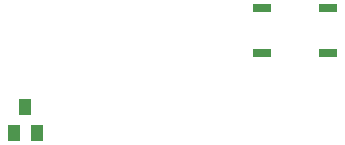
<source format=gtp>
G75*
%MOIN*%
%OFA0B0*%
%FSLAX24Y24*%
%IPPOS*%
%LPD*%
%AMOC8*
5,1,8,0,0,1.08239X$1,22.5*
%
%ADD10R,0.0394X0.0551*%
%ADD11R,0.0600X0.0300*%
D10*
X004684Y021259D03*
X005058Y022125D03*
X005432Y021259D03*
D11*
X012958Y023942D03*
X012958Y025442D03*
X015158Y025442D03*
X015158Y023942D03*
M02*

</source>
